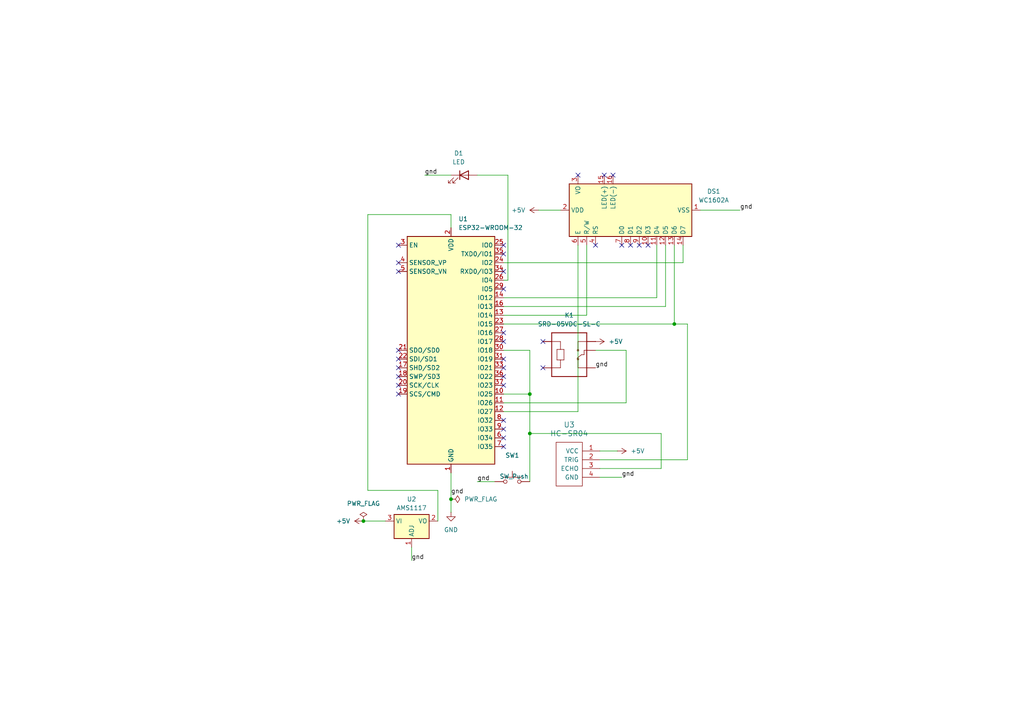
<source format=kicad_sch>
(kicad_sch (version 20250114) (generator "eeschema") (generator_version "9.0")
  (paper "A4")
  (lib_symbols
    (symbol "Device:LED" (pin_numbers (hide yes)) (pin_names (offset 1.016) (hide yes))
      (property "Reference" "D" (at 0 2.54 0))
      (property "Value" "LED" (at 0 -2.54 0))
      (symbol "LED_0_1"
        (polyline (pts (xy -3.048 -0.762) (xy -4.572 -2.286) (xy -3.81 -2.286) (xy -4.572 -2.286) (xy -4.572 -1.524)))
        (polyline (pts (xy -1.778 -0.762) (xy -3.302 -2.286) (xy -2.54 -2.286) (xy -3.302 -2.286) (xy -3.302 -1.524)))
        (polyline (pts (xy -1.27 0) (xy 1.27 0)))
        (polyline (pts (xy -1.27 -1.27) (xy -1.27 1.27)) (stroke (width 0.254)))
        (polyline (pts (xy 1.27 -1.27) (xy 1.27 1.27) (xy -1.27 0) (xy 1.27 -1.27)) (stroke (width 0.254)))
      )
      (symbol "LED_1_1"
        (pin passive line (at -3.81 0 0) (length 2.54) (name "K") (number "1"))
        (pin passive line (at 3.81 0 180) (length 2.54) (name "A") (number "2"))
      )
    )
    (symbol "Display_Character:WC1602A"
      (property "Reference" "DS" (at -5.842 19.05 0))
      (property "Value" "WC1602A" (at 5.334 19.05 0))
      (symbol "WC1602A_1_1"
        (rectangle (start -7.62 17.78) (end 7.62 -17.78) (stroke (width 0.254)) (fill (type background)))
        (pin input line (at -10.16 15.24 0) (length 2.54) (name "E") (number "6"))
        (pin input line (at -10.16 12.7 0) (length 2.54) (name "R/W") (number "5"))
        (pin input line (at -10.16 10.16 0) (length 2.54) (name "RS") (number "4"))
        (pin input line (at -10.16 2.54 0) (length 2.54) (name "D0") (number "7"))
        (pin input line (at -10.16 0 0) (length 2.54) (name "D1") (number "8"))
        (pin input line (at -10.16 -2.54 0) (length 2.54) (name "D2") (number "9"))
        (pin input line (at -10.16 -5.08 0) (length 2.54) (name "D3") (number "10"))
        (pin input line (at -10.16 -7.62 0) (length 2.54) (name "D4") (number "11"))
        (pin input line (at -10.16 -10.16 0) (length 2.54) (name "D5") (number "12"))
        (pin input line (at -10.16 -12.7 0) (length 2.54) (name "D6") (number "13"))
        (pin input line (at -10.16 -15.24 0) (length 2.54) (name "D7") (number "14"))
        (pin power_in line (at 0 20.32 270) (length 2.54) (name "VDD") (number "2"))
        (pin power_in line (at 0 -20.32 90) (length 2.54) (name "VSS") (number "1"))
        (pin input line (at 10.16 15.24 180) (length 2.54) (name "VO") (number "3"))
        (pin power_in line (at 10.16 7.62 180) (length 2.54) (name "LED(+)") (number "15"))
        (pin power_in line (at 10.16 5.08 180) (length 2.54) (name "LED(-)") (number "16"))
      )
    )
    (symbol "RF_Module:ESP32-WROOM-32"
      (property "Reference" "U" (at -12.7 34.29 0))
      (property "Value" "ESP32-WROOM-32" (at 1.27 34.29 0))
      (symbol "ESP32-WROOM-32_0_1"
        (rectangle (start -12.7 33.02) (end 12.7 -33.02) (stroke (width 0.254)) (fill (type background)))
      )
      (symbol "ESP32-WROOM-32_1_1"
        (pin input line (at -15.24 30.48 0) (length 2.54) (name "EN") (number "3"))
        (pin input line (at -15.24 25.4 0) (length 2.54) (name "SENSOR_VP") (number "4"))
        (pin input line (at -15.24 22.86 0) (length 2.54) (name "SENSOR_VN") (number "5"))
        (pin bidirectional line (at -15.24 0 0) (length 2.54) (name "SDO/SD0") (number "21"))
        (pin bidirectional line (at -15.24 -2.54 0) (length 2.54) (name "SDI/SD1") (number "22"))
        (pin bidirectional line (at -15.24 -5.08 0) (length 2.54) (name "SHD/SD2") (number "17"))
        (pin bidirectional line (at -15.24 -7.62 0) (length 2.54) (name "SWP/SD3") (number "18"))
        (pin bidirectional line (at -15.24 -10.16 0) (length 2.54) (name "SCK/CLK") (number "20"))
        (pin bidirectional line (at -15.24 -12.7 0) (length 2.54) (name "SCS/CMD") (number "19"))
        (pin no_connect line (at -12.7 -27.94 0) (length 2.54) (hide yes) (name "NC") (number "32"))
        (pin power_in line (at 0 35.56 270) (length 2.54) (name "VDD") (number "2"))
        (pin power_in line (at 0 -35.56 90) (length 2.54) (name "GND") (number "1"))
        (pin passive line (at 0 -35.56 90) (length 2.54) (hide yes) (name "GND") (number "15"))
        (pin passive line (at 0 -35.56 90) (length 2.54) (hide yes) (name "GND") (number "38"))
        (pin passive line (at 0 -35.56 90) (length 2.54) (hide yes) (name "GND") (number "39"))
        (pin bidirectional line (at 15.24 30.48 180) (length 2.54) (name "IO0") (number "25"))
        (pin bidirectional line (at 15.24 27.94 180) (length 2.54) (name "TXD0/IO1") (number "35"))
        (pin bidirectional line (at 15.24 25.4 180) (length 2.54) (name "IO2") (number "24"))
        (pin bidirectional line (at 15.24 22.86 180) (length 2.54) (name "RXD0/IO3") (number "34"))
        (pin bidirectional line (at 15.24 20.32 180) (length 2.54) (name "IO4") (number "26"))
        (pin bidirectional line (at 15.24 17.78 180) (length 2.54) (name "IO5") (number "29"))
        (pin bidirectional line (at 15.24 15.24 180) (length 2.54) (name "IO12") (number "14"))
        (pin bidirectional line (at 15.24 12.7 180) (length 2.54) (name "IO13") (number "16"))
        (pin bidirectional line (at 15.24 10.16 180) (length 2.54) (name "IO14") (number "13"))
        (pin bidirectional line (at 15.24 7.62 180) (length 2.54) (name "IO15") (number "23"))
        (pin bidirectional line (at 15.24 5.08 180) (length 2.54) (name "IO16") (number "27"))
        (pin bidirectional line (at 15.24 2.54 180) (length 2.54) (name "IO17") (number "28"))
        (pin bidirectional line (at 15.24 0 180) (length 2.54) (name "IO18") (number "30"))
        (pin bidirectional line (at 15.24 -2.54 180) (length 2.54) (name "IO19") (number "31"))
        (pin bidirectional line (at 15.24 -5.08 180) (length 2.54) (name "IO21") (number "33"))
        (pin bidirectional line (at 15.24 -7.62 180) (length 2.54) (name "IO22") (number "36"))
        (pin bidirectional line (at 15.24 -10.16 180) (length 2.54) (name "IO23") (number "37"))
        (pin bidirectional line (at 15.24 -12.7 180) (length 2.54) (name "IO25") (number "10"))
        (pin bidirectional line (at 15.24 -15.24 180) (length 2.54) (name "IO26") (number "11"))
        (pin bidirectional line (at 15.24 -17.78 180) (length 2.54) (name "IO27") (number "12"))
        (pin bidirectional line (at 15.24 -20.32 180) (length 2.54) (name "IO32") (number "8"))
        (pin bidirectional line (at 15.24 -22.86 180) (length 2.54) (name "IO33") (number "9"))
        (pin input line (at 15.24 -25.4 180) (length 2.54) (name "IO34") (number "6"))
        (pin input line (at 15.24 -27.94 180) (length 2.54) (name "IO35") (number "7"))
      )
    )
    (symbol "Regulator_Linear:AMS1117"
      (property "Reference" "U" (at -3.81 3.175 0))
      (property "Value" "AMS1117" (at 0 3.175 0))
      (symbol "AMS1117_0_1"
        (rectangle (start -5.08 -5.08) (end 5.08 1.905) (stroke (width 0.254)) (fill (type background)))
      )
      (symbol "AMS1117_1_1"
        (pin power_in line (at -7.62 0 0) (length 2.54) (name "VI") (number "3"))
        (pin input line (at 0 -7.62 90) (length 2.54) (name "ADJ") (number "1"))
        (pin power_out line (at 7.62 0 180) (length 2.54) (name "VO") (number "2"))
      )
    )
    (symbol "SRD-05VDC-SL-C:SRD-05VDC-SL-C" (pin_numbers (hide yes)) (pin_names (offset 1.016) (hide yes))
      (property "Reference" "K" (at -5.08 5.842 0))
      (property "Value" "SRD-05VDC-SL-C" (at -5.08 -10.16 0))
      (symbol "SRD-05VDC-SL-C_0_0"
        (polyline (pts (xy -5.08 5.08) (xy 5.08 5.08)) (stroke (width 0.254)))
        (polyline (pts (xy -5.08 2.54) (xy -2.54 2.54)) (stroke (width 0.1524)))
        (polyline (pts (xy -5.08 -7.62) (xy -5.08 5.08)) (stroke (width 0.254)))
        (polyline (pts (xy -3.556 0.254) (xy -3.556 -2.794)) (stroke (width 0.1524)))
        (polyline (pts (xy -3.556 -2.794) (xy -2.54 -2.794)) (stroke (width 0.1524)))
        (polyline (pts (xy -2.54 2.54) (xy -2.54 0.254)) (stroke (width 0.1524)))
        (polyline (pts (xy -2.54 0.254) (xy -3.556 0.254)) (stroke (width 0.1524)))
        (polyline (pts (xy -2.54 -2.794) (xy -2.54 -5.08)) (stroke (width 0.1524)))
        (polyline (pts (xy -2.54 -2.794) (xy -1.524 -2.794)) (stroke (width 0.1524)))
        (polyline (pts (xy -2.54 -5.08) (xy -5.08 -5.08)) (stroke (width 0.1524)))
        (polyline (pts (xy -1.524 0.254) (xy -2.54 0.254)) (stroke (width 0.1524)))
        (polyline (pts (xy -1.524 -2.794) (xy -1.524 0.254)) (stroke (width 0.1524)))
        (polyline (pts (xy 2.54 2.54) (xy 2.54 0)) (stroke (width 0.1524)))
        (circle (center 2.54 0) (radius 0.254) (stroke (width 0.1524)))
        (polyline (pts (xy 2.54 -2.54) (xy 2.54 -5.08)) (stroke (width 0.1524)))
        (circle (center 2.54 -2.54) (radius 0.254) (stroke (width 0.1524)))
        (polyline (pts (xy 2.54 -5.08) (xy 5.08 -5.08)) (stroke (width 0.1524)))
        (polyline (pts (xy 3.556 -1.27) (xy 2.286 -2.286)) (stroke (width 0.1524)))
        (polyline (pts (xy 3.556 -1.27) (xy 4.318 -1.27)) (stroke (width 0.1524)))
        (polyline (pts (xy 4.318 0) (xy 5.08 0)) (stroke (width 0.1524)))
        (polyline (pts (xy 4.318 -1.27) (xy 4.318 0)) (stroke (width 0.1524)))
        (polyline (pts (xy 5.08 5.08) (xy 5.08 0)) (stroke (width 0.254)))
        (polyline (pts (xy 5.08 2.54) (xy 2.54 2.54)) (stroke (width 0.1524)))
        (polyline (pts (xy 5.08 0) (xy 5.08 -7.62)) (stroke (width 0.254)))
        (polyline (pts (xy 5.08 -7.62) (xy -5.08 -7.62)) (stroke (width 0.254)))
        (pin passive line (at -7.62 2.54 0) (length 2.54) (name "A1") (number "A1"))
        (pin passive line (at -7.62 -5.08 0) (length 2.54) (name "A2") (number "A2"))
        (pin passive line (at 7.62 2.54 180) (length 2.54) (name "NO") (number "NO"))
        (pin passive line (at 7.62 0 180) (length 2.54) (name "COM") (number "COM"))
        (pin passive line (at 7.62 -5.08 180) (length 2.54) (name "NC") (number "NC"))
      )
    )
    (symbol "Switch:SW_Push" (pin_numbers (hide yes)) (pin_names (offset 1.016) (hide yes))
      (property "Reference" "SW" (at 1.27 2.54 0))
      (property "Value" "SW_Push" (at 0 -1.524 0))
      (symbol "SW_Push_0_1"
        (circle (center -2.032 0) (radius 0.508))
        (polyline (pts (xy 0 1.27) (xy 0 3.048)))
        (circle (center 2.032 0) (radius 0.508))
        (polyline (pts (xy 2.54 1.27) (xy -2.54 1.27)))
        (pin passive line (at -5.08 0 0) (length 2.54) (name "1") (number "1"))
        (pin passive line (at 5.08 0 180) (length 2.54) (name "2") (number "2"))
      )
    )
    (symbol "hc-sr04:HC-SR04" (pin_names (offset 1.016))
      (property "Reference" "U" (at -6.35 -7.62 0))
      (property "Value" "HC-SR04" (at -2.54 7.62 0))
      (symbol "HC-SR04_0_1"
        (rectangle (start 0 6.35) (end -7.62 -6.35))
      )
      (symbol "HC-SR04_1_1"
        (pin input line (at 5.08 3.81 180) (length 5.08) (name "VCC") (number "1"))
        (pin input line (at 5.08 1.27 180) (length 5.08) (name "TRIG") (number "2"))
        (pin input line (at 5.08 -1.27 180) (length 5.08) (name "ECHO") (number "3"))
        (pin input line (at 5.08 -3.81 180) (length 5.08) (name "GND") (number "4"))
      )
    )
    (symbol "power:+5V" (power) (pin_numbers (hide yes)) (pin_names (offset 0) (hide yes))
      (property "Value" "+5V" (at 0 3.556 0))
      (symbol "+5V_0_1"
        (polyline (pts (xy -0.762 1.27) (xy 0 2.54)))
        (polyline (pts (xy 0 2.54) (xy 0.762 1.27)))
        (polyline (pts (xy 0 0) (xy 0 2.54)))
      )
      (symbol "+5V_1_1"
        (pin power_in line (at 0 0 90) (length 0) (name "~") (number "1"))
      )
    )
    (symbol "power:GND" (power) (pin_numbers (hide yes)) (pin_names (offset 0) (hide yes))
      (property "Value" "GND" (at 0 -3.81 0))
      (symbol "GND_0_1"
        (polyline (pts (xy 0 0) (xy 0 -1.27) (xy 1.27 -1.27) (xy 0 -2.54) (xy -1.27 -1.27) (xy 0 -1.27)))
      )
      (symbol "GND_1_1"
        (pin power_in line (at 0 0 270) (length 0) (name "~") (number "1"))
      )
    )
    (symbol "power:PWR_FLAG" (power) (pin_numbers (hide yes)) (pin_names (offset 0) (hide yes))
      (property "Value" "PWR_FLAG" (at 0 3.81 0))
      (symbol "PWR_FLAG_0_0"
        (pin power_out line (at 0 0 90) (length 0) (name "~") (number "1"))
      )
      (symbol "PWR_FLAG_0_1"
        (polyline (pts (xy 0 0) (xy 0 1.27) (xy -1.016 1.905) (xy 0 2.54) (xy 1.016 1.905) (xy 0 1.27)))
      )
    )
  )
  (junction (at 153.67 125.73))
  (junction (at 105.41 151.13))
  (junction (at 153.67 114.3))
  (junction (at 130.81 144.78))
  (junction (at 195.58 93.98))
  (no_connect (at 146.05 106.68))
  (no_connect (at 146.05 129.54))
  (no_connect (at 146.05 109.22))
  (no_connect (at 115.57 109.22))
  (no_connect (at 175.26 50.8))
  (no_connect (at 115.57 101.6))
  (no_connect (at 146.05 127))
  (no_connect (at 115.57 104.14))
  (no_connect (at 172.72 71.12))
  (no_connect (at 115.57 114.3))
  (no_connect (at 146.05 121.92))
  (no_connect (at 146.05 78.74))
  (no_connect (at 167.64 50.8))
  (no_connect (at 115.57 78.74))
  (no_connect (at 146.05 96.52))
  (no_connect (at 115.57 111.76))
  (no_connect (at 185.42 71.12))
  (no_connect (at 146.05 99.06))
  (no_connect (at 180.34 71.12))
  (no_connect (at 115.57 106.68))
  (no_connect (at 146.05 111.76))
  (no_connect (at 115.57 71.12))
  (no_connect (at 146.05 73.66))
  (no_connect (at 115.57 76.2))
  (no_connect (at 146.05 104.14))
  (no_connect (at 157.48 106.68))
  (no_connect (at 182.88 71.12))
  (no_connect (at 187.96 71.12))
  (no_connect (at 146.05 83.82))
  (no_connect (at 146.05 124.46))
  (no_connect (at 177.8 50.8))
  (no_connect (at 146.05 71.12))
  (no_connect (at 157.48 99.06))
  (wire (pts (xy 147.32 81.28) (xy 147.32 50.8)))
  (wire (pts (xy 153.67 125.73) (xy 191.77 125.73)))
  (wire (pts (xy 153.67 125.73) (xy 153.67 139.7)))
  (wire (pts (xy 105.41 151.13) (xy 111.76 151.13)))
  (wire (pts (xy 193.04 88.9) (xy 146.05 88.9)))
  (wire (pts (xy 190.5 86.36) (xy 190.5 71.12)))
  (wire (pts (xy 156.21 60.96) (xy 162.56 60.96)))
  (wire (pts (xy 106.68 142.24) (xy 106.68 62.23)))
  (wire (pts (xy 146.05 93.98) (xy 195.58 93.98)))
  (wire (pts (xy 127 142.24) (xy 106.68 142.24)))
  (wire (pts (xy 170.18 91.44) (xy 170.18 71.12)))
  (wire (pts (xy 181.61 116.84) (xy 181.61 101.6)))
  (wire (pts (xy 146.05 91.44) (xy 170.18 91.44)))
  (wire (pts (xy 123.19 50.8) (xy 130.81 50.8)))
  (wire (pts (xy 172.72 101.6) (xy 181.61 101.6)))
  (wire (pts (xy 146.05 101.6) (xy 153.67 101.6)))
  (wire (pts (xy 119.38 158.75) (xy 119.38 162.56)))
  (wire (pts (xy 138.43 139.7) (xy 143.51 139.7)))
  (wire (pts (xy 203.2 60.96) (xy 214.63 60.96)))
  (wire (pts (xy 130.81 148.59) (xy 130.81 144.78)))
  (wire (pts (xy 153.67 114.3) (xy 153.67 125.73)))
  (wire (pts (xy 195.58 93.98) (xy 199.39 93.98)))
  (wire (pts (xy 167.64 71.12) (xy 167.64 119.38)))
  (wire (pts (xy 191.77 125.73) (xy 191.77 135.89)))
  (wire (pts (xy 173.99 138.43) (xy 180.34 138.43)))
  (wire (pts (xy 127 151.13) (xy 127 142.24)))
  (wire (pts (xy 199.39 133.35) (xy 173.99 133.35)))
  (wire (pts (xy 193.04 71.12) (xy 193.04 88.9)))
  (wire (pts (xy 198.12 76.2) (xy 146.05 76.2)))
  (wire (pts (xy 106.68 62.23) (xy 130.81 62.23)))
  (wire (pts (xy 146.05 116.84) (xy 181.61 116.84)))
  (wire (pts (xy 138.43 50.8) (xy 147.32 50.8)))
  (wire (pts (xy 199.39 93.98) (xy 199.39 133.35)))
  (wire (pts (xy 153.67 101.6) (xy 153.67 114.3)))
  (wire (pts (xy 195.58 71.12) (xy 195.58 93.98)))
  (wire (pts (xy 130.81 62.23) (xy 130.81 66.04)))
  (wire (pts (xy 146.05 114.3) (xy 153.67 114.3)))
  (wire (pts (xy 198.12 71.12) (xy 198.12 76.2)))
  (wire (pts (xy 173.99 130.81) (xy 179.07 130.81)))
  (wire (pts (xy 146.05 86.36) (xy 190.5 86.36)))
  (wire (pts (xy 146.05 81.28) (xy 147.32 81.28)))
  (wire (pts (xy 146.05 119.38) (xy 167.64 119.38)))
  (wire (pts (xy 191.77 135.89) (xy 173.99 135.89)))
  (wire (pts (xy 130.81 137.16) (xy 130.81 144.78)))
  (label "gnd" (at 214.63 60.96 0))
  (label "gnd" (at 130.81 143.51 0))
  (label "gnd" (at 180.34 138.43 0))
  (label "gnd" (at 138.43 139.7 0))
  (label "gnd" (at 123.19 50.8 0))
  (label "gnd" (at 172.72 106.68 0))
  (label "gnd" (at 119.38 162.56 0))
  (symbol (lib_id "power:+5V") (at 156.21 60.96 90) (unit 1)
    (property "Reference" "#PWR06" (effects (hide yes)))
    (property "Value" "+5V" (at 152.4 60.9599 90) (effects (justify left)))
    (property "Description" "Power symbol creates a global label with name \"+5V\"" (effects (hide yes)))
  )
  (symbol (lib_id "SRD-05VDC-SL-C:SRD-05VDC-SL-C") (at 165.1 101.6 0) (unit 1)
    (property "Reference" "K1" (at 165.1 91.44 0))
    (property "Value" "SRD-05VDC-SL-C" (at 165.1 93.98 0))
    (property "Footprint" "Relay_THT:Relay_SPST_SANYOU_SRD_Series_Form_B" (effects (hide yes)))
    (property "Datasheet" "None" (effects (hide yes)))
    (property "Field5" "5V Trigger Relay Module For Arduino And Raspberry Pi 5V Trigger Relay Module For Arduino And Raspberry Pi" (effects (hide yes)))
    (property "Field6" "SRD-05VDC-SL-C" (effects (hide yes)))
    (property "Field7" "Unavailable" (effects (hide yes)))
    (property "Field8" "None" (effects (hide yes)))
    (property "Field9" "Songle Relay" (effects (hide yes)))
  )
  (symbol (lib_id "power:PWR_FLAG") (at 130.81 144.78 270) (unit 1)
    (property "Reference" "#FLG01" (effects (hide yes)))
    (property "Value" "PWR_FLAG" (at 134.62 144.7799 90) (effects (justify left)))
    (property "Description" "Special symbol for telling ERC where power comes from" (effects (hide yes)))
  )
  (symbol (lib_id "power:+5V") (at 172.72 99.06 270) (unit 1)
    (property "Reference" "#PWR02" (effects (hide yes)))
    (property "Value" "+5V" (at 176.53 99.0599 90) (effects (justify left)))
    (property "Description" "Power symbol creates a global label with name \"+5V\"" (effects (hide yes)))
  )
  (symbol (lib_id "power:PWR_FLAG") (at 105.41 151.13 0) (unit 1)
    (property "Reference" "#FLG07" (effects (hide yes)))
    (property "Value" "PWR_FLAG" (at 105.41 146.05 0))
    (property "Description" "Special symbol for telling ERC where power comes from" (effects (hide yes)))
  )
  (symbol (lib_id "power:GND") (at 130.81 148.59 0) (unit 1)
    (property "Reference" "#PWR01" (effects (hide yes)))
    (property "Value" "GND" (at 130.81 153.67 0))
    (property "Description" "Power symbol creates a global label with name \"GND\" , ground" (effects (hide yes)))
  )
  (symbol (lib_id "Regulator_Linear:AMS1117") (at 119.38 151.13 0) (unit 1)
    (property "Reference" "U2" (at 119.38 144.78 0))
    (property "Value" "AMS1117" (at 119.38 147.32 0))
    (property "Footprint" "Package_TO_SOT_SMD:SOT-223-3_TabPin2" (effects (hide yes)))
    (property "Datasheet" "http://www.advanced-monolithic.com/pdf/ds1117.pdf" (effects (hide yes)))
    (property "Description" "1A Low Dropout regulator, positive, adjustable output, SOT-223" (effects (hide yes)))
  )
  (symbol (lib_id "Switch:SW_Push") (at 148.59 139.7 0) (unit 1)
    (property "Reference" "SW1" (at 148.59 132.08 0))
    (property "Value" "SW_Push" (at 149.098 138.176 0))
    (property "Footprint" "Button_Switch_THT:KSA_Tactile_SPST" (effects (hide yes)))
    (property "Description" "Push button switch, generic, two pins" (effects (hide yes)))
  )
  (symbol (lib_id "RF_Module:ESP32-WROOM-32") (at 130.81 101.6 0) (unit 1)
    (property "Reference" "U1" (at 132.9533 63.5 0) (effects (justify left)))
    (property "Value" "ESP32-WROOM-32" (at 132.9533 66.04 0) (effects (justify left)))
    (property "Footprint" "RF_Module:ESP32-WROOM-32" (effects (hide yes)))
    (property "Datasheet" "https://www.espressif.com/sites/default/files/documentation/esp32-wroom-32_datasheet_en.pdf" (effects (hide yes)))
    (property "Description" "RF Module, ESP32-D0WDQ6 SoC, Wi-Fi 802.11b/g/n, Bluetooth, BLE, 32-bit, 2.7-3.6V, onboard antenna, SMD" (effects (hide yes)))
  )
  (symbol (lib_id "power:+5V") (at 179.07 130.81 270) (unit 1)
    (property "Reference" "#PWR03" (effects (hide yes)))
    (property "Value" "+5V" (at 182.88 130.8099 90) (effects (justify left)))
    (property "Description" "Power symbol creates a global label with name \"+5V\"" (effects (hide yes)))
  )
  (symbol (lib_id "Device:LED") (at 134.62 50.8 0) (unit 1)
    (property "Reference" "D1" (at 133.0325 44.45 0))
    (property "Value" "LED" (at 133.0325 46.99 0))
    (property "Footprint" "LED_THT:LED_BL-FL7680RGB" (effects (hide yes)))
    (property "Description" "Light emitting diode" (effects (hide yes)))
    (property "Sim.Pins" "1=K 2=A" (effects (hide yes)))
  )
  (symbol (lib_id "Display_Character:WC1602A") (at 182.88 60.96 90) (unit 1)
    (property "Reference" "DS1" (at 207.01 55.5146 90))
    (property "Value" "WC1602A" (at 207.01 58.0546 90))
    (property "Footprint" "Display:WC1602A" (effects (hide yes)))
    (property "Datasheet" "http://www.wincomlcd.com/pdf/WC1602A-SFYLYHTC06.pdf" (effects (hide yes)))
    (property "Description" "LCD 16x2 Alphanumeric , 8 bit parallel bus, 5V VDD" (effects (hide yes)))
  )
  (symbol (lib_id "hc-sr04:HC-SR04") (at 168.91 134.62 0) (unit 1)
    (property "Reference" "U3" (at 165.1 123.19 0) (effects (font (size 1.524 1.524))))
    (property "Value" "HC-SR04" (at 165.1 125.73 0) (effects (font (size 1.524 1.524))))
    (property "Footprint" "Connector_Pin:Pin_D1.1mm_L10.2mm_W3.5mm_Flat" (effects (hide yes)))
  )
  (symbol (lib_id "power:+5V") (at 105.41 151.13 90) (unit 1)
    (property "Reference" "#PWR07" (effects (hide yes)))
    (property "Value" "+5V" (at 101.6 151.1299 90) (effects (justify left)))
    (property "Description" "Power symbol creates a global label with name \"+5V\"" (effects (hide yes)))
  )
)
</source>
